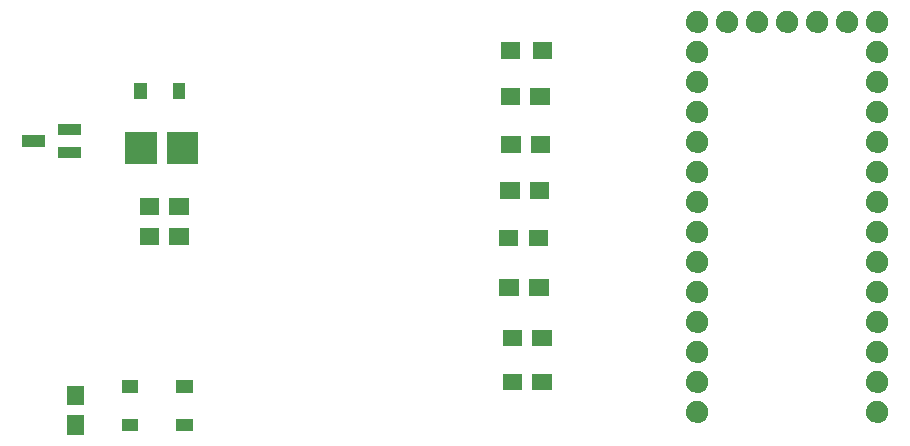
<source format=gbs>
G04 #@! TF.FileFunction,Soldermask,Bot*
%FSLAX46Y46*%
G04 Gerber Fmt 4.6, Leading zero omitted, Abs format (unit mm)*
G04 Created by KiCad (PCBNEW 4.0.4-1.fc25-product) date Wed Mar 29 04:27:01 2017*
%MOMM*%
%LPD*%
G01*
G04 APERTURE LIST*
%ADD10C,0.100000*%
G04 APERTURE END LIST*
D10*
G36*
X98199100Y-82601820D02*
X96796700Y-82601820D01*
X96796700Y-80949420D01*
X98199100Y-80949420D01*
X98199100Y-82601820D01*
X98199100Y-82601820D01*
G37*
G36*
X107417000Y-82298120D02*
X106044600Y-82298120D01*
X106044600Y-81235720D01*
X107417000Y-81235720D01*
X107417000Y-82298120D01*
X107417000Y-82298120D01*
G37*
G36*
X102778960Y-82298120D02*
X101406560Y-82298120D01*
X101406560Y-81235720D01*
X102778960Y-81235720D01*
X102778960Y-82298120D01*
X102778960Y-82298120D01*
G37*
G36*
X150238115Y-79718524D02*
X150418648Y-79755583D01*
X150588558Y-79827006D01*
X150741349Y-79930066D01*
X150871221Y-80060846D01*
X150973210Y-80214353D01*
X151043443Y-80384751D01*
X151079172Y-80565199D01*
X151079172Y-80565204D01*
X151079240Y-80565548D01*
X151076301Y-80776058D01*
X151076224Y-80776396D01*
X151076224Y-80776406D01*
X151035470Y-80955786D01*
X150960508Y-81124152D01*
X150854268Y-81274756D01*
X150720799Y-81401857D01*
X150565184Y-81500614D01*
X150393354Y-81567262D01*
X150211852Y-81599266D01*
X150027586Y-81595406D01*
X149847579Y-81555829D01*
X149678688Y-81482043D01*
X149527350Y-81376860D01*
X149399321Y-81244282D01*
X149299481Y-81089361D01*
X149231632Y-80917993D01*
X149198363Y-80736723D01*
X149200935Y-80552436D01*
X149239256Y-80372156D01*
X149311859Y-80202757D01*
X149415987Y-80050684D01*
X149547666Y-79921733D01*
X149701887Y-79820814D01*
X149872772Y-79751772D01*
X150053809Y-79717238D01*
X150238115Y-79718524D01*
X150238115Y-79718524D01*
G37*
G36*
X165478115Y-79718524D02*
X165658648Y-79755583D01*
X165828558Y-79827006D01*
X165981349Y-79930066D01*
X166111221Y-80060846D01*
X166213210Y-80214353D01*
X166283443Y-80384751D01*
X166319172Y-80565199D01*
X166319172Y-80565204D01*
X166319240Y-80565548D01*
X166316301Y-80776058D01*
X166316224Y-80776396D01*
X166316224Y-80776406D01*
X166275470Y-80955786D01*
X166200508Y-81124152D01*
X166094268Y-81274756D01*
X165960799Y-81401857D01*
X165805184Y-81500614D01*
X165633354Y-81567262D01*
X165451852Y-81599266D01*
X165267586Y-81595406D01*
X165087579Y-81555829D01*
X164918688Y-81482043D01*
X164767350Y-81376860D01*
X164639321Y-81244282D01*
X164539481Y-81089361D01*
X164471632Y-80917993D01*
X164438363Y-80736723D01*
X164440935Y-80552436D01*
X164479256Y-80372156D01*
X164551859Y-80202757D01*
X164655987Y-80050684D01*
X164787666Y-79921733D01*
X164941887Y-79820814D01*
X165112772Y-79751772D01*
X165293809Y-79717238D01*
X165478115Y-79718524D01*
X165478115Y-79718524D01*
G37*
G36*
X98199100Y-80101820D02*
X96796700Y-80101820D01*
X96796700Y-78449420D01*
X98199100Y-78449420D01*
X98199100Y-80101820D01*
X98199100Y-80101820D01*
G37*
G36*
X150238115Y-77178524D02*
X150418648Y-77215583D01*
X150588558Y-77287006D01*
X150741349Y-77390066D01*
X150871221Y-77520846D01*
X150973210Y-77674353D01*
X151043443Y-77844751D01*
X151079172Y-78025199D01*
X151079172Y-78025204D01*
X151079240Y-78025548D01*
X151076301Y-78236058D01*
X151076224Y-78236396D01*
X151076224Y-78236406D01*
X151035470Y-78415786D01*
X150960508Y-78584152D01*
X150854268Y-78734756D01*
X150720799Y-78861857D01*
X150565184Y-78960614D01*
X150393354Y-79027262D01*
X150211852Y-79059266D01*
X150027586Y-79055406D01*
X149847579Y-79015829D01*
X149678688Y-78942043D01*
X149527350Y-78836860D01*
X149399321Y-78704282D01*
X149299481Y-78549361D01*
X149231632Y-78377993D01*
X149198363Y-78196723D01*
X149200935Y-78012436D01*
X149239256Y-77832156D01*
X149311859Y-77662757D01*
X149415987Y-77510684D01*
X149547666Y-77381733D01*
X149701887Y-77280814D01*
X149872772Y-77211772D01*
X150053809Y-77177238D01*
X150238115Y-77178524D01*
X150238115Y-77178524D01*
G37*
G36*
X165478115Y-77178524D02*
X165658648Y-77215583D01*
X165828558Y-77287006D01*
X165981349Y-77390066D01*
X166111221Y-77520846D01*
X166213210Y-77674353D01*
X166283443Y-77844751D01*
X166319172Y-78025199D01*
X166319172Y-78025204D01*
X166319240Y-78025548D01*
X166316301Y-78236058D01*
X166316224Y-78236396D01*
X166316224Y-78236406D01*
X166275470Y-78415786D01*
X166200508Y-78584152D01*
X166094268Y-78734756D01*
X165960799Y-78861857D01*
X165805184Y-78960614D01*
X165633354Y-79027262D01*
X165451852Y-79059266D01*
X165267586Y-79055406D01*
X165087579Y-79015829D01*
X164918688Y-78942043D01*
X164767350Y-78836860D01*
X164639321Y-78704282D01*
X164539481Y-78549361D01*
X164471632Y-78377993D01*
X164438363Y-78196723D01*
X164440935Y-78012436D01*
X164479256Y-77832156D01*
X164551859Y-77662757D01*
X164655987Y-77510684D01*
X164787666Y-77381733D01*
X164941887Y-77280814D01*
X165112772Y-77211772D01*
X165293809Y-77177238D01*
X165478115Y-77178524D01*
X165478115Y-77178524D01*
G37*
G36*
X107417000Y-79028120D02*
X106044600Y-79028120D01*
X106044600Y-77965720D01*
X107417000Y-77965720D01*
X107417000Y-79028120D01*
X107417000Y-79028120D01*
G37*
G36*
X102778960Y-79028120D02*
X101406560Y-79028120D01*
X101406560Y-77965720D01*
X102778960Y-77965720D01*
X102778960Y-79028120D01*
X102778960Y-79028120D01*
G37*
G36*
X137821420Y-78841760D02*
X136169020Y-78841760D01*
X136169020Y-77439360D01*
X137821420Y-77439360D01*
X137821420Y-78841760D01*
X137821420Y-78841760D01*
G37*
G36*
X135321420Y-78841760D02*
X133669020Y-78841760D01*
X133669020Y-77439360D01*
X135321420Y-77439360D01*
X135321420Y-78841760D01*
X135321420Y-78841760D01*
G37*
G36*
X165478115Y-74638524D02*
X165658648Y-74675583D01*
X165828558Y-74747006D01*
X165981349Y-74850066D01*
X166111221Y-74980846D01*
X166213210Y-75134353D01*
X166283443Y-75304751D01*
X166319172Y-75485199D01*
X166319172Y-75485204D01*
X166319240Y-75485548D01*
X166316301Y-75696058D01*
X166316224Y-75696396D01*
X166316224Y-75696406D01*
X166275470Y-75875786D01*
X166200508Y-76044152D01*
X166094268Y-76194756D01*
X165960799Y-76321857D01*
X165805184Y-76420614D01*
X165633354Y-76487262D01*
X165451852Y-76519266D01*
X165267586Y-76515406D01*
X165087579Y-76475829D01*
X164918688Y-76402043D01*
X164767350Y-76296860D01*
X164639321Y-76164282D01*
X164539481Y-76009361D01*
X164471632Y-75837993D01*
X164438363Y-75656723D01*
X164440935Y-75472436D01*
X164479256Y-75292156D01*
X164551859Y-75122757D01*
X164655987Y-74970684D01*
X164787666Y-74841733D01*
X164941887Y-74740814D01*
X165112772Y-74671772D01*
X165293809Y-74637238D01*
X165478115Y-74638524D01*
X165478115Y-74638524D01*
G37*
G36*
X150238115Y-74638524D02*
X150418648Y-74675583D01*
X150588558Y-74747006D01*
X150741349Y-74850066D01*
X150871221Y-74980846D01*
X150973210Y-75134353D01*
X151043443Y-75304751D01*
X151079172Y-75485199D01*
X151079172Y-75485204D01*
X151079240Y-75485548D01*
X151076301Y-75696058D01*
X151076224Y-75696396D01*
X151076224Y-75696406D01*
X151035470Y-75875786D01*
X150960508Y-76044152D01*
X150854268Y-76194756D01*
X150720799Y-76321857D01*
X150565184Y-76420614D01*
X150393354Y-76487262D01*
X150211852Y-76519266D01*
X150027586Y-76515406D01*
X149847579Y-76475829D01*
X149678688Y-76402043D01*
X149527350Y-76296860D01*
X149399321Y-76164282D01*
X149299481Y-76009361D01*
X149231632Y-75837993D01*
X149198363Y-75656723D01*
X149200935Y-75472436D01*
X149239256Y-75292156D01*
X149311859Y-75122757D01*
X149415987Y-74970684D01*
X149547666Y-74841733D01*
X149701887Y-74740814D01*
X149872772Y-74671772D01*
X150053809Y-74637238D01*
X150238115Y-74638524D01*
X150238115Y-74638524D01*
G37*
G36*
X137821420Y-75107960D02*
X136169020Y-75107960D01*
X136169020Y-73705560D01*
X137821420Y-73705560D01*
X137821420Y-75107960D01*
X137821420Y-75107960D01*
G37*
G36*
X135321420Y-75107960D02*
X133669020Y-75107960D01*
X133669020Y-73705560D01*
X135321420Y-73705560D01*
X135321420Y-75107960D01*
X135321420Y-75107960D01*
G37*
G36*
X165478115Y-72098524D02*
X165658648Y-72135583D01*
X165828558Y-72207006D01*
X165981349Y-72310066D01*
X166111221Y-72440846D01*
X166213210Y-72594353D01*
X166283443Y-72764751D01*
X166319172Y-72945199D01*
X166319172Y-72945204D01*
X166319240Y-72945548D01*
X166316301Y-73156058D01*
X166316224Y-73156396D01*
X166316224Y-73156406D01*
X166275470Y-73335786D01*
X166200508Y-73504152D01*
X166094268Y-73654756D01*
X165960799Y-73781857D01*
X165805184Y-73880614D01*
X165633354Y-73947262D01*
X165451852Y-73979266D01*
X165267586Y-73975406D01*
X165087579Y-73935829D01*
X164918688Y-73862043D01*
X164767350Y-73756860D01*
X164639321Y-73624282D01*
X164539481Y-73469361D01*
X164471632Y-73297993D01*
X164438363Y-73116723D01*
X164440935Y-72932436D01*
X164479256Y-72752156D01*
X164551859Y-72582757D01*
X164655987Y-72430684D01*
X164787666Y-72301733D01*
X164941887Y-72200814D01*
X165112772Y-72131772D01*
X165293809Y-72097238D01*
X165478115Y-72098524D01*
X165478115Y-72098524D01*
G37*
G36*
X150238115Y-72098524D02*
X150418648Y-72135583D01*
X150588558Y-72207006D01*
X150741349Y-72310066D01*
X150871221Y-72440846D01*
X150973210Y-72594353D01*
X151043443Y-72764751D01*
X151079172Y-72945199D01*
X151079172Y-72945204D01*
X151079240Y-72945548D01*
X151076301Y-73156058D01*
X151076224Y-73156396D01*
X151076224Y-73156406D01*
X151035470Y-73335786D01*
X150960508Y-73504152D01*
X150854268Y-73654756D01*
X150720799Y-73781857D01*
X150565184Y-73880614D01*
X150393354Y-73947262D01*
X150211852Y-73979266D01*
X150027586Y-73975406D01*
X149847579Y-73935829D01*
X149678688Y-73862043D01*
X149527350Y-73756860D01*
X149399321Y-73624282D01*
X149299481Y-73469361D01*
X149231632Y-73297993D01*
X149198363Y-73116723D01*
X149200935Y-72932436D01*
X149239256Y-72752156D01*
X149311859Y-72582757D01*
X149415987Y-72430684D01*
X149547666Y-72301733D01*
X149701887Y-72200814D01*
X149872772Y-72131772D01*
X150053809Y-72097238D01*
X150238115Y-72098524D01*
X150238115Y-72098524D01*
G37*
G36*
X150238115Y-69558524D02*
X150418648Y-69595583D01*
X150588558Y-69667006D01*
X150741349Y-69770066D01*
X150871221Y-69900846D01*
X150973210Y-70054353D01*
X151043443Y-70224751D01*
X151079172Y-70405199D01*
X151079172Y-70405204D01*
X151079240Y-70405548D01*
X151076301Y-70616058D01*
X151076224Y-70616396D01*
X151076224Y-70616406D01*
X151035470Y-70795786D01*
X150960508Y-70964152D01*
X150854268Y-71114756D01*
X150720799Y-71241857D01*
X150565184Y-71340614D01*
X150393354Y-71407262D01*
X150211852Y-71439266D01*
X150027586Y-71435406D01*
X149847579Y-71395829D01*
X149678688Y-71322043D01*
X149527350Y-71216860D01*
X149399321Y-71084282D01*
X149299481Y-70929361D01*
X149231632Y-70757993D01*
X149198363Y-70576723D01*
X149200935Y-70392436D01*
X149239256Y-70212156D01*
X149311859Y-70042757D01*
X149415987Y-69890684D01*
X149547666Y-69761733D01*
X149701887Y-69660814D01*
X149872772Y-69591772D01*
X150053809Y-69557238D01*
X150238115Y-69558524D01*
X150238115Y-69558524D01*
G37*
G36*
X165478115Y-69558524D02*
X165658648Y-69595583D01*
X165828558Y-69667006D01*
X165981349Y-69770066D01*
X166111221Y-69900846D01*
X166213210Y-70054353D01*
X166283443Y-70224751D01*
X166319172Y-70405199D01*
X166319172Y-70405204D01*
X166319240Y-70405548D01*
X166316301Y-70616058D01*
X166316224Y-70616396D01*
X166316224Y-70616406D01*
X166275470Y-70795786D01*
X166200508Y-70964152D01*
X166094268Y-71114756D01*
X165960799Y-71241857D01*
X165805184Y-71340614D01*
X165633354Y-71407262D01*
X165451852Y-71439266D01*
X165267586Y-71435406D01*
X165087579Y-71395829D01*
X164918688Y-71322043D01*
X164767350Y-71216860D01*
X164639321Y-71084282D01*
X164539481Y-70929361D01*
X164471632Y-70757993D01*
X164438363Y-70576723D01*
X164440935Y-70392436D01*
X164479256Y-70212156D01*
X164551859Y-70042757D01*
X164655987Y-69890684D01*
X164787666Y-69761733D01*
X164941887Y-69660814D01*
X165112772Y-69591772D01*
X165293809Y-69557238D01*
X165478115Y-69558524D01*
X165478115Y-69558524D01*
G37*
G36*
X135054720Y-70840760D02*
X133402320Y-70840760D01*
X133402320Y-69438360D01*
X135054720Y-69438360D01*
X135054720Y-70840760D01*
X135054720Y-70840760D01*
G37*
G36*
X137554720Y-70840760D02*
X135902320Y-70840760D01*
X135902320Y-69438360D01*
X137554720Y-69438360D01*
X137554720Y-70840760D01*
X137554720Y-70840760D01*
G37*
G36*
X150238115Y-67018524D02*
X150418648Y-67055583D01*
X150588558Y-67127006D01*
X150741349Y-67230066D01*
X150871221Y-67360846D01*
X150973210Y-67514353D01*
X151043443Y-67684751D01*
X151079172Y-67865199D01*
X151079172Y-67865204D01*
X151079240Y-67865548D01*
X151076301Y-68076058D01*
X151076224Y-68076396D01*
X151076224Y-68076406D01*
X151035470Y-68255786D01*
X150960508Y-68424152D01*
X150854268Y-68574756D01*
X150720799Y-68701857D01*
X150565184Y-68800614D01*
X150393354Y-68867262D01*
X150211852Y-68899266D01*
X150027586Y-68895406D01*
X149847579Y-68855829D01*
X149678688Y-68782043D01*
X149527350Y-68676860D01*
X149399321Y-68544282D01*
X149299481Y-68389361D01*
X149231632Y-68217993D01*
X149198363Y-68036723D01*
X149200935Y-67852436D01*
X149239256Y-67672156D01*
X149311859Y-67502757D01*
X149415987Y-67350684D01*
X149547666Y-67221733D01*
X149701887Y-67120814D01*
X149872772Y-67051772D01*
X150053809Y-67017238D01*
X150238115Y-67018524D01*
X150238115Y-67018524D01*
G37*
G36*
X165478115Y-67018524D02*
X165658648Y-67055583D01*
X165828558Y-67127006D01*
X165981349Y-67230066D01*
X166111221Y-67360846D01*
X166213210Y-67514353D01*
X166283443Y-67684751D01*
X166319172Y-67865199D01*
X166319172Y-67865204D01*
X166319240Y-67865548D01*
X166316301Y-68076058D01*
X166316224Y-68076396D01*
X166316224Y-68076406D01*
X166275470Y-68255786D01*
X166200508Y-68424152D01*
X166094268Y-68574756D01*
X165960799Y-68701857D01*
X165805184Y-68800614D01*
X165633354Y-68867262D01*
X165451852Y-68899266D01*
X165267586Y-68895406D01*
X165087579Y-68855829D01*
X164918688Y-68782043D01*
X164767350Y-68676860D01*
X164639321Y-68544282D01*
X164539481Y-68389361D01*
X164471632Y-68217993D01*
X164438363Y-68036723D01*
X164440935Y-67852436D01*
X164479256Y-67672156D01*
X164551859Y-67502757D01*
X164655987Y-67350684D01*
X164787666Y-67221733D01*
X164941887Y-67120814D01*
X165112772Y-67051772D01*
X165293809Y-67017238D01*
X165478115Y-67018524D01*
X165478115Y-67018524D01*
G37*
G36*
X137514080Y-66634520D02*
X135861680Y-66634520D01*
X135861680Y-65232120D01*
X137514080Y-65232120D01*
X137514080Y-66634520D01*
X137514080Y-66634520D01*
G37*
G36*
X135014080Y-66634520D02*
X133361680Y-66634520D01*
X133361680Y-65232120D01*
X135014080Y-65232120D01*
X135014080Y-66634520D01*
X135014080Y-66634520D01*
G37*
G36*
X107102660Y-66530380D02*
X105450260Y-66530380D01*
X105450260Y-65127980D01*
X107102660Y-65127980D01*
X107102660Y-66530380D01*
X107102660Y-66530380D01*
G37*
G36*
X104602660Y-66530380D02*
X102950260Y-66530380D01*
X102950260Y-65127980D01*
X104602660Y-65127980D01*
X104602660Y-66530380D01*
X104602660Y-66530380D01*
G37*
G36*
X150238115Y-64478524D02*
X150418648Y-64515583D01*
X150588558Y-64587006D01*
X150741349Y-64690066D01*
X150871221Y-64820846D01*
X150973210Y-64974353D01*
X151043443Y-65144751D01*
X151079172Y-65325199D01*
X151079172Y-65325204D01*
X151079240Y-65325548D01*
X151076301Y-65536058D01*
X151076224Y-65536396D01*
X151076224Y-65536406D01*
X151035470Y-65715786D01*
X150960508Y-65884152D01*
X150854268Y-66034756D01*
X150720799Y-66161857D01*
X150565184Y-66260614D01*
X150393354Y-66327262D01*
X150211852Y-66359266D01*
X150027586Y-66355406D01*
X149847579Y-66315829D01*
X149678688Y-66242043D01*
X149527350Y-66136860D01*
X149399321Y-66004282D01*
X149299481Y-65849361D01*
X149231632Y-65677993D01*
X149198363Y-65496723D01*
X149200935Y-65312436D01*
X149239256Y-65132156D01*
X149311859Y-64962757D01*
X149415987Y-64810684D01*
X149547666Y-64681733D01*
X149701887Y-64580814D01*
X149872772Y-64511772D01*
X150053809Y-64477238D01*
X150238115Y-64478524D01*
X150238115Y-64478524D01*
G37*
G36*
X165478115Y-64478524D02*
X165658648Y-64515583D01*
X165828558Y-64587006D01*
X165981349Y-64690066D01*
X166111221Y-64820846D01*
X166213210Y-64974353D01*
X166283443Y-65144751D01*
X166319172Y-65325199D01*
X166319172Y-65325204D01*
X166319240Y-65325548D01*
X166316301Y-65536058D01*
X166316224Y-65536396D01*
X166316224Y-65536406D01*
X166275470Y-65715786D01*
X166200508Y-65884152D01*
X166094268Y-66034756D01*
X165960799Y-66161857D01*
X165805184Y-66260614D01*
X165633354Y-66327262D01*
X165451852Y-66359266D01*
X165267586Y-66355406D01*
X165087579Y-66315829D01*
X164918688Y-66242043D01*
X164767350Y-66136860D01*
X164639321Y-66004282D01*
X164539481Y-65849361D01*
X164471632Y-65677993D01*
X164438363Y-65496723D01*
X164440935Y-65312436D01*
X164479256Y-65132156D01*
X164551859Y-64962757D01*
X164655987Y-64810684D01*
X164787666Y-64681733D01*
X164941887Y-64580814D01*
X165112772Y-64511772D01*
X165293809Y-64477238D01*
X165478115Y-64478524D01*
X165478115Y-64478524D01*
G37*
G36*
X107100120Y-63982760D02*
X105447720Y-63982760D01*
X105447720Y-62580360D01*
X107100120Y-62580360D01*
X107100120Y-63982760D01*
X107100120Y-63982760D01*
G37*
G36*
X104600120Y-63982760D02*
X102947720Y-63982760D01*
X102947720Y-62580360D01*
X104600120Y-62580360D01*
X104600120Y-63982760D01*
X104600120Y-63982760D01*
G37*
G36*
X150238115Y-61938524D02*
X150418648Y-61975583D01*
X150588558Y-62047006D01*
X150741349Y-62150066D01*
X150871221Y-62280846D01*
X150973210Y-62434353D01*
X151043443Y-62604751D01*
X151079172Y-62785199D01*
X151079172Y-62785204D01*
X151079240Y-62785548D01*
X151076301Y-62996058D01*
X151076224Y-62996396D01*
X151076224Y-62996406D01*
X151035470Y-63175786D01*
X150960508Y-63344152D01*
X150854268Y-63494756D01*
X150720799Y-63621857D01*
X150565184Y-63720614D01*
X150393354Y-63787262D01*
X150211852Y-63819266D01*
X150027586Y-63815406D01*
X149847579Y-63775829D01*
X149678688Y-63702043D01*
X149527350Y-63596860D01*
X149399321Y-63464282D01*
X149299481Y-63309361D01*
X149231632Y-63137993D01*
X149198363Y-62956723D01*
X149200935Y-62772436D01*
X149239256Y-62592156D01*
X149311859Y-62422757D01*
X149415987Y-62270684D01*
X149547666Y-62141733D01*
X149701887Y-62040814D01*
X149872772Y-61971772D01*
X150053809Y-61937238D01*
X150238115Y-61938524D01*
X150238115Y-61938524D01*
G37*
G36*
X165478115Y-61938524D02*
X165658648Y-61975583D01*
X165828558Y-62047006D01*
X165981349Y-62150066D01*
X166111221Y-62280846D01*
X166213210Y-62434353D01*
X166283443Y-62604751D01*
X166319172Y-62785199D01*
X166319172Y-62785204D01*
X166319240Y-62785548D01*
X166316301Y-62996058D01*
X166316224Y-62996396D01*
X166316224Y-62996406D01*
X166275470Y-63175786D01*
X166200508Y-63344152D01*
X166094268Y-63494756D01*
X165960799Y-63621857D01*
X165805184Y-63720614D01*
X165633354Y-63787262D01*
X165451852Y-63819266D01*
X165267586Y-63815406D01*
X165087579Y-63775829D01*
X164918688Y-63702043D01*
X164767350Y-63596860D01*
X164639321Y-63464282D01*
X164539481Y-63309361D01*
X164471632Y-63137993D01*
X164438363Y-62956723D01*
X164440935Y-62772436D01*
X164479256Y-62592156D01*
X164551859Y-62422757D01*
X164655987Y-62270684D01*
X164787666Y-62141733D01*
X164941887Y-62040814D01*
X165112772Y-61971772D01*
X165293809Y-61937238D01*
X165478115Y-61938524D01*
X165478115Y-61938524D01*
G37*
G36*
X135105520Y-62636560D02*
X133453120Y-62636560D01*
X133453120Y-61234160D01*
X135105520Y-61234160D01*
X135105520Y-62636560D01*
X135105520Y-62636560D01*
G37*
G36*
X137605520Y-62636560D02*
X135953120Y-62636560D01*
X135953120Y-61234160D01*
X137605520Y-61234160D01*
X137605520Y-62636560D01*
X137605520Y-62636560D01*
G37*
G36*
X165478115Y-59398524D02*
X165658648Y-59435583D01*
X165828558Y-59507006D01*
X165981349Y-59610066D01*
X166111221Y-59740846D01*
X166213210Y-59894353D01*
X166283443Y-60064751D01*
X166319172Y-60245199D01*
X166319172Y-60245204D01*
X166319240Y-60245548D01*
X166316301Y-60456058D01*
X166316224Y-60456396D01*
X166316224Y-60456406D01*
X166275470Y-60635786D01*
X166200508Y-60804152D01*
X166094268Y-60954756D01*
X165960799Y-61081857D01*
X165805184Y-61180614D01*
X165633354Y-61247262D01*
X165451852Y-61279266D01*
X165267586Y-61275406D01*
X165087579Y-61235829D01*
X164918688Y-61162043D01*
X164767350Y-61056860D01*
X164639321Y-60924282D01*
X164539481Y-60769361D01*
X164471632Y-60597993D01*
X164438363Y-60416723D01*
X164440935Y-60232436D01*
X164479256Y-60052156D01*
X164551859Y-59882757D01*
X164655987Y-59730684D01*
X164787666Y-59601733D01*
X164941887Y-59500814D01*
X165112772Y-59431772D01*
X165293809Y-59397238D01*
X165478115Y-59398524D01*
X165478115Y-59398524D01*
G37*
G36*
X150238115Y-59398524D02*
X150418648Y-59435583D01*
X150588558Y-59507006D01*
X150741349Y-59610066D01*
X150871221Y-59740846D01*
X150973210Y-59894353D01*
X151043443Y-60064751D01*
X151079172Y-60245199D01*
X151079172Y-60245204D01*
X151079240Y-60245548D01*
X151076301Y-60456058D01*
X151076224Y-60456396D01*
X151076224Y-60456406D01*
X151035470Y-60635786D01*
X150960508Y-60804152D01*
X150854268Y-60954756D01*
X150720799Y-61081857D01*
X150565184Y-61180614D01*
X150393354Y-61247262D01*
X150211852Y-61279266D01*
X150027586Y-61275406D01*
X149847579Y-61235829D01*
X149678688Y-61162043D01*
X149527350Y-61056860D01*
X149399321Y-60924282D01*
X149299481Y-60769361D01*
X149231632Y-60597993D01*
X149198363Y-60416723D01*
X149200935Y-60232436D01*
X149239256Y-60052156D01*
X149311859Y-59882757D01*
X149415987Y-59730684D01*
X149547666Y-59601733D01*
X149701887Y-59500814D01*
X149872772Y-59431772D01*
X150053809Y-59397238D01*
X150238115Y-59398524D01*
X150238115Y-59398524D01*
G37*
G36*
X104391840Y-59659840D02*
X101739440Y-59659840D01*
X101739440Y-57007440D01*
X104391840Y-57007440D01*
X104391840Y-59659840D01*
X104391840Y-59659840D01*
G37*
G36*
X107891840Y-59659840D02*
X105239440Y-59659840D01*
X105239440Y-57007440D01*
X107891840Y-57007440D01*
X107891840Y-59659840D01*
X107891840Y-59659840D01*
G37*
G36*
X97956370Y-59150290D02*
X96003110Y-59150290D01*
X96003110Y-58197790D01*
X97956370Y-58197790D01*
X97956370Y-59150290D01*
X97956370Y-59150290D01*
G37*
G36*
X150238115Y-56858524D02*
X150418648Y-56895583D01*
X150588558Y-56967006D01*
X150741349Y-57070066D01*
X150871221Y-57200846D01*
X150973210Y-57354353D01*
X151043443Y-57524751D01*
X151079172Y-57705199D01*
X151079172Y-57705204D01*
X151079240Y-57705548D01*
X151076301Y-57916058D01*
X151076224Y-57916396D01*
X151076224Y-57916406D01*
X151035470Y-58095786D01*
X150960508Y-58264152D01*
X150854268Y-58414756D01*
X150720799Y-58541857D01*
X150565184Y-58640614D01*
X150393354Y-58707262D01*
X150211852Y-58739266D01*
X150027586Y-58735406D01*
X149847579Y-58695829D01*
X149678688Y-58622043D01*
X149527350Y-58516860D01*
X149399321Y-58384282D01*
X149299481Y-58229361D01*
X149231632Y-58057993D01*
X149198363Y-57876723D01*
X149200935Y-57692436D01*
X149239256Y-57512156D01*
X149311859Y-57342757D01*
X149415987Y-57190684D01*
X149547666Y-57061733D01*
X149701887Y-56960814D01*
X149872772Y-56891772D01*
X150053809Y-56857238D01*
X150238115Y-56858524D01*
X150238115Y-56858524D01*
G37*
G36*
X165478115Y-56858524D02*
X165658648Y-56895583D01*
X165828558Y-56967006D01*
X165981349Y-57070066D01*
X166111221Y-57200846D01*
X166213210Y-57354353D01*
X166283443Y-57524751D01*
X166319172Y-57705199D01*
X166319172Y-57705204D01*
X166319240Y-57705548D01*
X166316301Y-57916058D01*
X166316224Y-57916396D01*
X166316224Y-57916406D01*
X166275470Y-58095786D01*
X166200508Y-58264152D01*
X166094268Y-58414756D01*
X165960799Y-58541857D01*
X165805184Y-58640614D01*
X165633354Y-58707262D01*
X165451852Y-58739266D01*
X165267586Y-58735406D01*
X165087579Y-58695829D01*
X164918688Y-58622043D01*
X164767350Y-58516860D01*
X164639321Y-58384282D01*
X164539481Y-58229361D01*
X164471632Y-58057993D01*
X164438363Y-57876723D01*
X164440935Y-57692436D01*
X164479256Y-57512156D01*
X164551859Y-57342757D01*
X164655987Y-57190684D01*
X164787666Y-57061733D01*
X164941887Y-56960814D01*
X165112772Y-56891772D01*
X165293809Y-56857238D01*
X165478115Y-56858524D01*
X165478115Y-56858524D01*
G37*
G36*
X135207120Y-58724960D02*
X133554720Y-58724960D01*
X133554720Y-57322560D01*
X135207120Y-57322560D01*
X135207120Y-58724960D01*
X135207120Y-58724960D01*
G37*
G36*
X137707120Y-58724960D02*
X136054720Y-58724960D01*
X136054720Y-57322560D01*
X137707120Y-57322560D01*
X137707120Y-58724960D01*
X137707120Y-58724960D01*
G37*
G36*
X94954090Y-58200290D02*
X93000830Y-58200290D01*
X93000830Y-57247790D01*
X94954090Y-57247790D01*
X94954090Y-58200290D01*
X94954090Y-58200290D01*
G37*
G36*
X97956370Y-57250290D02*
X96003110Y-57250290D01*
X96003110Y-56297790D01*
X97956370Y-56297790D01*
X97956370Y-57250290D01*
X97956370Y-57250290D01*
G37*
G36*
X165478115Y-54318524D02*
X165658648Y-54355583D01*
X165828558Y-54427006D01*
X165981349Y-54530066D01*
X166111221Y-54660846D01*
X166213210Y-54814353D01*
X166283443Y-54984751D01*
X166319172Y-55165199D01*
X166319172Y-55165204D01*
X166319240Y-55165548D01*
X166316301Y-55376058D01*
X166316224Y-55376396D01*
X166316224Y-55376406D01*
X166275470Y-55555786D01*
X166200508Y-55724152D01*
X166094268Y-55874756D01*
X165960799Y-56001857D01*
X165805184Y-56100614D01*
X165633354Y-56167262D01*
X165451852Y-56199266D01*
X165267586Y-56195406D01*
X165087579Y-56155829D01*
X164918688Y-56082043D01*
X164767350Y-55976860D01*
X164639321Y-55844282D01*
X164539481Y-55689361D01*
X164471632Y-55517993D01*
X164438363Y-55336723D01*
X164440935Y-55152436D01*
X164479256Y-54972156D01*
X164551859Y-54802757D01*
X164655987Y-54650684D01*
X164787666Y-54521733D01*
X164941887Y-54420814D01*
X165112772Y-54351772D01*
X165293809Y-54317238D01*
X165478115Y-54318524D01*
X165478115Y-54318524D01*
G37*
G36*
X150238115Y-54318524D02*
X150418648Y-54355583D01*
X150588558Y-54427006D01*
X150741349Y-54530066D01*
X150871221Y-54660846D01*
X150973210Y-54814353D01*
X151043443Y-54984751D01*
X151079172Y-55165199D01*
X151079172Y-55165204D01*
X151079240Y-55165548D01*
X151076301Y-55376058D01*
X151076224Y-55376396D01*
X151076224Y-55376406D01*
X151035470Y-55555786D01*
X150960508Y-55724152D01*
X150854268Y-55874756D01*
X150720799Y-56001857D01*
X150565184Y-56100614D01*
X150393354Y-56167262D01*
X150211852Y-56199266D01*
X150027586Y-56195406D01*
X149847579Y-56155829D01*
X149678688Y-56082043D01*
X149527350Y-55976860D01*
X149399321Y-55844282D01*
X149299481Y-55689361D01*
X149231632Y-55517993D01*
X149198363Y-55336723D01*
X149200935Y-55152436D01*
X149239256Y-54972156D01*
X149311859Y-54802757D01*
X149415987Y-54650684D01*
X149547666Y-54521733D01*
X149701887Y-54420814D01*
X149872772Y-54351772D01*
X150053809Y-54317238D01*
X150238115Y-54318524D01*
X150238115Y-54318524D01*
G37*
G36*
X137656320Y-54660960D02*
X136003920Y-54660960D01*
X136003920Y-53258560D01*
X137656320Y-53258560D01*
X137656320Y-54660960D01*
X137656320Y-54660960D01*
G37*
G36*
X135156320Y-54660960D02*
X133503920Y-54660960D01*
X133503920Y-53258560D01*
X135156320Y-53258560D01*
X135156320Y-54660960D01*
X135156320Y-54660960D01*
G37*
G36*
X103518800Y-54178600D02*
X102456400Y-54178600D01*
X102456400Y-52806200D01*
X103518800Y-52806200D01*
X103518800Y-54178600D01*
X103518800Y-54178600D01*
G37*
G36*
X106788800Y-54178600D02*
X105726400Y-54178600D01*
X105726400Y-52806200D01*
X106788800Y-52806200D01*
X106788800Y-54178600D01*
X106788800Y-54178600D01*
G37*
G36*
X150238115Y-51778524D02*
X150418648Y-51815583D01*
X150588558Y-51887006D01*
X150741349Y-51990066D01*
X150871221Y-52120846D01*
X150973210Y-52274353D01*
X151043443Y-52444751D01*
X151079172Y-52625199D01*
X151079172Y-52625204D01*
X151079240Y-52625548D01*
X151076301Y-52836058D01*
X151076224Y-52836396D01*
X151076224Y-52836406D01*
X151035470Y-53015786D01*
X150960508Y-53184152D01*
X150854268Y-53334756D01*
X150720799Y-53461857D01*
X150565184Y-53560614D01*
X150393354Y-53627262D01*
X150211852Y-53659266D01*
X150027586Y-53655406D01*
X149847579Y-53615829D01*
X149678688Y-53542043D01*
X149527350Y-53436860D01*
X149399321Y-53304282D01*
X149299481Y-53149361D01*
X149231632Y-52977993D01*
X149198363Y-52796723D01*
X149200935Y-52612436D01*
X149239256Y-52432156D01*
X149311859Y-52262757D01*
X149415987Y-52110684D01*
X149547666Y-51981733D01*
X149701887Y-51880814D01*
X149872772Y-51811772D01*
X150053809Y-51777238D01*
X150238115Y-51778524D01*
X150238115Y-51778524D01*
G37*
G36*
X165478115Y-51778524D02*
X165658648Y-51815583D01*
X165828558Y-51887006D01*
X165981349Y-51990066D01*
X166111221Y-52120846D01*
X166213210Y-52274353D01*
X166283443Y-52444751D01*
X166319172Y-52625199D01*
X166319172Y-52625204D01*
X166319240Y-52625548D01*
X166316301Y-52836058D01*
X166316224Y-52836396D01*
X166316224Y-52836406D01*
X166275470Y-53015786D01*
X166200508Y-53184152D01*
X166094268Y-53334756D01*
X165960799Y-53461857D01*
X165805184Y-53560614D01*
X165633354Y-53627262D01*
X165451852Y-53659266D01*
X165267586Y-53655406D01*
X165087579Y-53615829D01*
X164918688Y-53542043D01*
X164767350Y-53436860D01*
X164639321Y-53304282D01*
X164539481Y-53149361D01*
X164471632Y-52977993D01*
X164438363Y-52796723D01*
X164440935Y-52612436D01*
X164479256Y-52432156D01*
X164551859Y-52262757D01*
X164655987Y-52110684D01*
X164787666Y-51981733D01*
X164941887Y-51880814D01*
X165112772Y-51811772D01*
X165293809Y-51777238D01*
X165478115Y-51778524D01*
X165478115Y-51778524D01*
G37*
G36*
X150238115Y-49238524D02*
X150418648Y-49275583D01*
X150588558Y-49347006D01*
X150741349Y-49450066D01*
X150871221Y-49580846D01*
X150973210Y-49734353D01*
X151043443Y-49904751D01*
X151079172Y-50085199D01*
X151079172Y-50085204D01*
X151079240Y-50085548D01*
X151076301Y-50296058D01*
X151076224Y-50296396D01*
X151076224Y-50296406D01*
X151035470Y-50475786D01*
X150960508Y-50644152D01*
X150854268Y-50794756D01*
X150720799Y-50921857D01*
X150565184Y-51020614D01*
X150393354Y-51087262D01*
X150211852Y-51119266D01*
X150027586Y-51115406D01*
X149847579Y-51075829D01*
X149678688Y-51002043D01*
X149527350Y-50896860D01*
X149399321Y-50764282D01*
X149299481Y-50609361D01*
X149231632Y-50437993D01*
X149198363Y-50256723D01*
X149200935Y-50072436D01*
X149239256Y-49892156D01*
X149311859Y-49722757D01*
X149415987Y-49570684D01*
X149547666Y-49441733D01*
X149701887Y-49340814D01*
X149872772Y-49271772D01*
X150053809Y-49237238D01*
X150238115Y-49238524D01*
X150238115Y-49238524D01*
G37*
G36*
X165478115Y-49238524D02*
X165658648Y-49275583D01*
X165828558Y-49347006D01*
X165981349Y-49450066D01*
X166111221Y-49580846D01*
X166213210Y-49734353D01*
X166283443Y-49904751D01*
X166319172Y-50085199D01*
X166319172Y-50085204D01*
X166319240Y-50085548D01*
X166316301Y-50296058D01*
X166316224Y-50296396D01*
X166316224Y-50296406D01*
X166275470Y-50475786D01*
X166200508Y-50644152D01*
X166094268Y-50794756D01*
X165960799Y-50921857D01*
X165805184Y-51020614D01*
X165633354Y-51087262D01*
X165451852Y-51119266D01*
X165267586Y-51115406D01*
X165087579Y-51075829D01*
X164918688Y-51002043D01*
X164767350Y-50896860D01*
X164639321Y-50764282D01*
X164539481Y-50609361D01*
X164471632Y-50437993D01*
X164438363Y-50256723D01*
X164440935Y-50072436D01*
X164479256Y-49892156D01*
X164551859Y-49722757D01*
X164655987Y-49570684D01*
X164787666Y-49441733D01*
X164941887Y-49340814D01*
X165112772Y-49271772D01*
X165293809Y-49237238D01*
X165478115Y-49238524D01*
X165478115Y-49238524D01*
G37*
G36*
X137883320Y-50787060D02*
X136230920Y-50787060D01*
X136230920Y-49334660D01*
X137883320Y-49334660D01*
X137883320Y-50787060D01*
X137883320Y-50787060D01*
G37*
G36*
X135183320Y-50787060D02*
X133530920Y-50787060D01*
X133530920Y-49334660D01*
X135183320Y-49334660D01*
X135183320Y-50787060D01*
X135183320Y-50787060D01*
G37*
G36*
X150238115Y-46698524D02*
X150418648Y-46735583D01*
X150588558Y-46807006D01*
X150741349Y-46910066D01*
X150871221Y-47040846D01*
X150973210Y-47194353D01*
X151043443Y-47364751D01*
X151079172Y-47545199D01*
X151079172Y-47545204D01*
X151079240Y-47545548D01*
X151076301Y-47756058D01*
X151076224Y-47756396D01*
X151076224Y-47756406D01*
X151035470Y-47935786D01*
X150960508Y-48104152D01*
X150854268Y-48254756D01*
X150720799Y-48381857D01*
X150565184Y-48480614D01*
X150393354Y-48547262D01*
X150211852Y-48579266D01*
X150027586Y-48575406D01*
X149847579Y-48535829D01*
X149678688Y-48462043D01*
X149527350Y-48356860D01*
X149399321Y-48224282D01*
X149299481Y-48069361D01*
X149231632Y-47897993D01*
X149198363Y-47716723D01*
X149200935Y-47532436D01*
X149239256Y-47352156D01*
X149311859Y-47182757D01*
X149415987Y-47030684D01*
X149547666Y-46901733D01*
X149701887Y-46800814D01*
X149872772Y-46731772D01*
X150053809Y-46697238D01*
X150238115Y-46698524D01*
X150238115Y-46698524D01*
G37*
G36*
X152778115Y-46698524D02*
X152958648Y-46735583D01*
X153128558Y-46807006D01*
X153281349Y-46910066D01*
X153411221Y-47040846D01*
X153513210Y-47194353D01*
X153583443Y-47364751D01*
X153619172Y-47545199D01*
X153619172Y-47545204D01*
X153619240Y-47545548D01*
X153616301Y-47756058D01*
X153616224Y-47756396D01*
X153616224Y-47756406D01*
X153575470Y-47935786D01*
X153500508Y-48104152D01*
X153394268Y-48254756D01*
X153260799Y-48381857D01*
X153105184Y-48480614D01*
X152933354Y-48547262D01*
X152751852Y-48579266D01*
X152567586Y-48575406D01*
X152387579Y-48535829D01*
X152218688Y-48462043D01*
X152067350Y-48356860D01*
X151939321Y-48224282D01*
X151839481Y-48069361D01*
X151771632Y-47897993D01*
X151738363Y-47716723D01*
X151740935Y-47532436D01*
X151779256Y-47352156D01*
X151851859Y-47182757D01*
X151955987Y-47030684D01*
X152087666Y-46901733D01*
X152241887Y-46800814D01*
X152412772Y-46731772D01*
X152593809Y-46697238D01*
X152778115Y-46698524D01*
X152778115Y-46698524D01*
G37*
G36*
X155318115Y-46698524D02*
X155498648Y-46735583D01*
X155668558Y-46807006D01*
X155821349Y-46910066D01*
X155951221Y-47040846D01*
X156053210Y-47194353D01*
X156123443Y-47364751D01*
X156159172Y-47545199D01*
X156159172Y-47545204D01*
X156159240Y-47545548D01*
X156156301Y-47756058D01*
X156156224Y-47756396D01*
X156156224Y-47756406D01*
X156115470Y-47935786D01*
X156040508Y-48104152D01*
X155934268Y-48254756D01*
X155800799Y-48381857D01*
X155645184Y-48480614D01*
X155473354Y-48547262D01*
X155291852Y-48579266D01*
X155107586Y-48575406D01*
X154927579Y-48535829D01*
X154758688Y-48462043D01*
X154607350Y-48356860D01*
X154479321Y-48224282D01*
X154379481Y-48069361D01*
X154311632Y-47897993D01*
X154278363Y-47716723D01*
X154280935Y-47532436D01*
X154319256Y-47352156D01*
X154391859Y-47182757D01*
X154495987Y-47030684D01*
X154627666Y-46901733D01*
X154781887Y-46800814D01*
X154952772Y-46731772D01*
X155133809Y-46697238D01*
X155318115Y-46698524D01*
X155318115Y-46698524D01*
G37*
G36*
X165478115Y-46698524D02*
X165658648Y-46735583D01*
X165828558Y-46807006D01*
X165981349Y-46910066D01*
X166111221Y-47040846D01*
X166213210Y-47194353D01*
X166283443Y-47364751D01*
X166319172Y-47545199D01*
X166319172Y-47545204D01*
X166319240Y-47545548D01*
X166316301Y-47756058D01*
X166316224Y-47756396D01*
X166316224Y-47756406D01*
X166275470Y-47935786D01*
X166200508Y-48104152D01*
X166094268Y-48254756D01*
X165960799Y-48381857D01*
X165805184Y-48480614D01*
X165633354Y-48547262D01*
X165451852Y-48579266D01*
X165267586Y-48575406D01*
X165087579Y-48535829D01*
X164918688Y-48462043D01*
X164767350Y-48356860D01*
X164639321Y-48224282D01*
X164539481Y-48069361D01*
X164471632Y-47897993D01*
X164438363Y-47716723D01*
X164440935Y-47532436D01*
X164479256Y-47352156D01*
X164551859Y-47182757D01*
X164655987Y-47030684D01*
X164787666Y-46901733D01*
X164941887Y-46800814D01*
X165112772Y-46731772D01*
X165293809Y-46697238D01*
X165478115Y-46698524D01*
X165478115Y-46698524D01*
G37*
G36*
X162938115Y-46698524D02*
X163118648Y-46735583D01*
X163288558Y-46807006D01*
X163441349Y-46910066D01*
X163571221Y-47040846D01*
X163673210Y-47194353D01*
X163743443Y-47364751D01*
X163779172Y-47545199D01*
X163779172Y-47545204D01*
X163779240Y-47545548D01*
X163776301Y-47756058D01*
X163776224Y-47756396D01*
X163776224Y-47756406D01*
X163735470Y-47935786D01*
X163660508Y-48104152D01*
X163554268Y-48254756D01*
X163420799Y-48381857D01*
X163265184Y-48480614D01*
X163093354Y-48547262D01*
X162911852Y-48579266D01*
X162727586Y-48575406D01*
X162547579Y-48535829D01*
X162378688Y-48462043D01*
X162227350Y-48356860D01*
X162099321Y-48224282D01*
X161999481Y-48069361D01*
X161931632Y-47897993D01*
X161898363Y-47716723D01*
X161900935Y-47532436D01*
X161939256Y-47352156D01*
X162011859Y-47182757D01*
X162115987Y-47030684D01*
X162247666Y-46901733D01*
X162401887Y-46800814D01*
X162572772Y-46731772D01*
X162753809Y-46697238D01*
X162938115Y-46698524D01*
X162938115Y-46698524D01*
G37*
G36*
X160398115Y-46698524D02*
X160578648Y-46735583D01*
X160748558Y-46807006D01*
X160901349Y-46910066D01*
X161031221Y-47040846D01*
X161133210Y-47194353D01*
X161203443Y-47364751D01*
X161239172Y-47545199D01*
X161239172Y-47545204D01*
X161239240Y-47545548D01*
X161236301Y-47756058D01*
X161236224Y-47756396D01*
X161236224Y-47756406D01*
X161195470Y-47935786D01*
X161120508Y-48104152D01*
X161014268Y-48254756D01*
X160880799Y-48381857D01*
X160725184Y-48480614D01*
X160553354Y-48547262D01*
X160371852Y-48579266D01*
X160187586Y-48575406D01*
X160007579Y-48535829D01*
X159838688Y-48462043D01*
X159687350Y-48356860D01*
X159559321Y-48224282D01*
X159459481Y-48069361D01*
X159391632Y-47897993D01*
X159358363Y-47716723D01*
X159360935Y-47532436D01*
X159399256Y-47352156D01*
X159471859Y-47182757D01*
X159575987Y-47030684D01*
X159707666Y-46901733D01*
X159861887Y-46800814D01*
X160032772Y-46731772D01*
X160213809Y-46697238D01*
X160398115Y-46698524D01*
X160398115Y-46698524D01*
G37*
G36*
X157858115Y-46698524D02*
X158038648Y-46735583D01*
X158208558Y-46807006D01*
X158361349Y-46910066D01*
X158491221Y-47040846D01*
X158593210Y-47194353D01*
X158663443Y-47364751D01*
X158699172Y-47545199D01*
X158699172Y-47545204D01*
X158699240Y-47545548D01*
X158696301Y-47756058D01*
X158696224Y-47756396D01*
X158696224Y-47756406D01*
X158655470Y-47935786D01*
X158580508Y-48104152D01*
X158474268Y-48254756D01*
X158340799Y-48381857D01*
X158185184Y-48480614D01*
X158013354Y-48547262D01*
X157831852Y-48579266D01*
X157647586Y-48575406D01*
X157467579Y-48535829D01*
X157298688Y-48462043D01*
X157147350Y-48356860D01*
X157019321Y-48224282D01*
X156919481Y-48069361D01*
X156851632Y-47897993D01*
X156818363Y-47716723D01*
X156820935Y-47532436D01*
X156859256Y-47352156D01*
X156931859Y-47182757D01*
X157035987Y-47030684D01*
X157167666Y-46901733D01*
X157321887Y-46800814D01*
X157492772Y-46731772D01*
X157673809Y-46697238D01*
X157858115Y-46698524D01*
X157858115Y-46698524D01*
G37*
M02*

</source>
